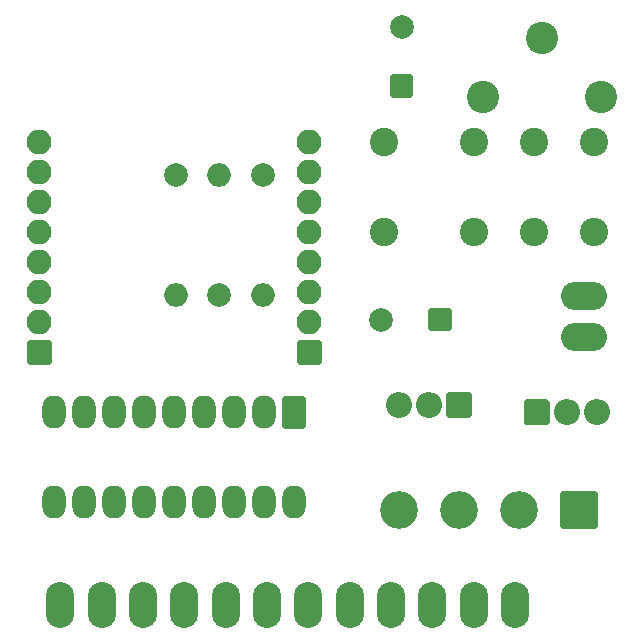
<source format=gbr>
G04 #@! TF.GenerationSoftware,KiCad,Pcbnew,(5.1.8)-1*
G04 #@! TF.CreationDate,2021-03-02T12:26:28+01:00*
G04 #@! TF.ProjectId,Lokstyrning,4c6f6b73-7479-4726-9e69-6e672e6b6963,rev?*
G04 #@! TF.SameCoordinates,Original*
G04 #@! TF.FileFunction,Soldermask,Bot*
G04 #@! TF.FilePolarity,Negative*
%FSLAX46Y46*%
G04 Gerber Fmt 4.6, Leading zero omitted, Abs format (unit mm)*
G04 Created by KiCad (PCBNEW (5.1.8)-1) date 2021-03-02 12:26:28*
%MOMM*%
%LPD*%
G01*
G04 APERTURE LIST*
%ADD10C,3.200000*%
%ADD11C,2.400000*%
%ADD12O,2.000000X2.800000*%
%ADD13O,2.100000X2.100000*%
%ADD14C,2.000000*%
%ADD15O,2.000000X2.000000*%
%ADD16C,2.740000*%
%ADD17O,2.200000X2.200000*%
%ADD18O,2.398980X3.900120*%
%ADD19O,3.900120X2.398980*%
G04 APERTURE END LIST*
D10*
X207010000Y-102235000D03*
X212090000Y-102235000D03*
X217170000Y-102235000D03*
G36*
G01*
X223850000Y-100835000D02*
X223850000Y-103635000D01*
G75*
G02*
X223650000Y-103835000I-200000J0D01*
G01*
X220850000Y-103835000D01*
G75*
G02*
X220650000Y-103635000I0J200000D01*
G01*
X220650000Y-100835000D01*
G75*
G02*
X220850000Y-100635000I200000J0D01*
G01*
X223650000Y-100635000D01*
G75*
G02*
X223850000Y-100835000I0J-200000D01*
G01*
G37*
D11*
X205740000Y-78740000D03*
X213360000Y-78740000D03*
X218440000Y-78740000D03*
X223520000Y-78740000D03*
X223520000Y-71120000D03*
X218440000Y-71120000D03*
X213360000Y-71120000D03*
X205740000Y-71120000D03*
G36*
G01*
X197320000Y-92580000D02*
X198920000Y-92580000D01*
G75*
G02*
X199120000Y-92780000I0J-200000D01*
G01*
X199120000Y-95180000D01*
G75*
G02*
X198920000Y-95380000I-200000J0D01*
G01*
X197320000Y-95380000D01*
G75*
G02*
X197120000Y-95180000I0J200000D01*
G01*
X197120000Y-92780000D01*
G75*
G02*
X197320000Y-92580000I200000J0D01*
G01*
G37*
D12*
X177800000Y-101600000D03*
X195580000Y-93980000D03*
X180340000Y-101600000D03*
X193040000Y-93980000D03*
X182880000Y-101600000D03*
X190500000Y-93980000D03*
X185420000Y-101600000D03*
X187960000Y-93980000D03*
X187960000Y-101600000D03*
X185420000Y-93980000D03*
X190500000Y-101600000D03*
X182880000Y-93980000D03*
X193040000Y-101600000D03*
X180340000Y-93980000D03*
X195580000Y-101600000D03*
X177800000Y-93980000D03*
X198120000Y-101600000D03*
G36*
G01*
X177580000Y-88050000D02*
X177580000Y-89750000D01*
G75*
G02*
X177380000Y-89950000I-200000J0D01*
G01*
X175680000Y-89950000D01*
G75*
G02*
X175480000Y-89750000I0J200000D01*
G01*
X175480000Y-88050000D01*
G75*
G02*
X175680000Y-87850000I200000J0D01*
G01*
X177380000Y-87850000D01*
G75*
G02*
X177580000Y-88050000I0J-200000D01*
G01*
G37*
D13*
X176530000Y-86360000D03*
X176530000Y-83820000D03*
X176530000Y-81280000D03*
X176530000Y-78740000D03*
X176530000Y-76200000D03*
X176530000Y-73660000D03*
X176530000Y-71120000D03*
G36*
G01*
X200440000Y-88050000D02*
X200440000Y-89750000D01*
G75*
G02*
X200240000Y-89950000I-200000J0D01*
G01*
X198540000Y-89950000D01*
G75*
G02*
X198340000Y-89750000I0J200000D01*
G01*
X198340000Y-88050000D01*
G75*
G02*
X198540000Y-87850000I200000J0D01*
G01*
X200240000Y-87850000D01*
G75*
G02*
X200440000Y-88050000I0J-200000D01*
G01*
G37*
X199390000Y-86360000D03*
X199390000Y-83820000D03*
X199390000Y-81280000D03*
X199390000Y-78740000D03*
X199390000Y-76200000D03*
X199390000Y-73660000D03*
X199390000Y-71120000D03*
D14*
X188087000Y-73914000D03*
D15*
X188087000Y-84074000D03*
D14*
X191770000Y-84074000D03*
D15*
X191770000Y-73914000D03*
D16*
X224122000Y-67271900D03*
X219122000Y-62271900D03*
X214122000Y-67271900D03*
G36*
G01*
X213190000Y-92445000D02*
X213190000Y-94245000D01*
G75*
G02*
X212990000Y-94445000I-200000J0D01*
G01*
X211190000Y-94445000D01*
G75*
G02*
X210990000Y-94245000I0J200000D01*
G01*
X210990000Y-92445000D01*
G75*
G02*
X211190000Y-92245000I200000J0D01*
G01*
X212990000Y-92245000D01*
G75*
G02*
X213190000Y-92445000I0J-200000D01*
G01*
G37*
D17*
X209550000Y-93345000D03*
X207010000Y-93345000D03*
G36*
G01*
X211464400Y-85318700D02*
X211464400Y-86918700D01*
G75*
G02*
X211264400Y-87118700I-200000J0D01*
G01*
X209664400Y-87118700D01*
G75*
G02*
X209464400Y-86918700I0J200000D01*
G01*
X209464400Y-85318700D01*
G75*
G02*
X209664400Y-85118700I200000J0D01*
G01*
X211264400Y-85118700D01*
G75*
G02*
X211464400Y-85318700I0J-200000D01*
G01*
G37*
D14*
X205464400Y-86118700D03*
G36*
G01*
X208000500Y-67344800D02*
X206400500Y-67344800D01*
G75*
G02*
X206200500Y-67144800I0J200000D01*
G01*
X206200500Y-65544800D01*
G75*
G02*
X206400500Y-65344800I200000J0D01*
G01*
X208000500Y-65344800D01*
G75*
G02*
X208200500Y-65544800I0J-200000D01*
G01*
X208200500Y-67144800D01*
G75*
G02*
X208000500Y-67344800I-200000J0D01*
G01*
G37*
X207200500Y-61344800D03*
D18*
X199299759Y-110254979D03*
X202799879Y-110254979D03*
X195799639Y-110254979D03*
X192299519Y-110254979D03*
X206299999Y-110254979D03*
X188799399Y-110254979D03*
X209800119Y-110254979D03*
X185299279Y-110254979D03*
X181799159Y-110254979D03*
X213300239Y-110254979D03*
X216800359Y-110254979D03*
X178299039Y-110254979D03*
D19*
X222681800Y-87602060D03*
X222681800Y-84101940D03*
G36*
G01*
X217530500Y-94880000D02*
X217530500Y-93080000D01*
G75*
G02*
X217730500Y-92880000I200000J0D01*
G01*
X219530500Y-92880000D01*
G75*
G02*
X219730500Y-93080000I0J-200000D01*
G01*
X219730500Y-94880000D01*
G75*
G02*
X219530500Y-95080000I-200000J0D01*
G01*
X217730500Y-95080000D01*
G75*
G02*
X217530500Y-94880000I0J200000D01*
G01*
G37*
D17*
X221170500Y-93980000D03*
X223710500Y-93980000D03*
D14*
X195453000Y-73914000D03*
D15*
X195453000Y-84074000D03*
M02*

</source>
